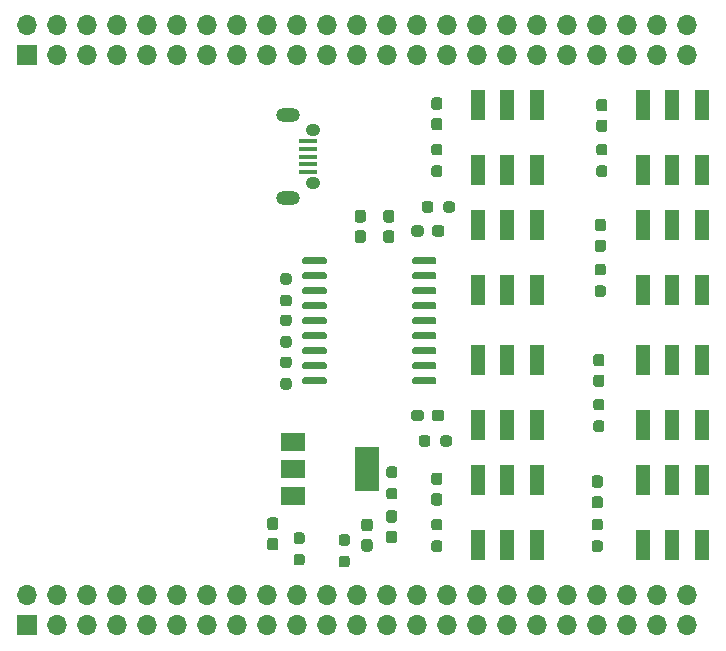
<source format=gbr>
%TF.GenerationSoftware,KiCad,Pcbnew,(5.1.9)-1*%
%TF.CreationDate,2021-11-09T16:08:34-06:00*%
%TF.ProjectId,SwitchBoard,53776974-6368-4426-9f61-72642e6b6963,rev?*%
%TF.SameCoordinates,Original*%
%TF.FileFunction,Soldermask,Top*%
%TF.FilePolarity,Negative*%
%FSLAX46Y46*%
G04 Gerber Fmt 4.6, Leading zero omitted, Abs format (unit mm)*
G04 Created by KiCad (PCBNEW (5.1.9)-1) date 2021-11-09 16:08:34*
%MOMM*%
%LPD*%
G01*
G04 APERTURE LIST*
%ADD10R,1.200000X2.500000*%
%ADD11O,1.700000X1.700000*%
%ADD12R,1.700000X1.700000*%
%ADD13O,1.200000X1.050000*%
%ADD14O,2.000000X1.200000*%
%ADD15R,1.500000X0.400000*%
%ADD16R,2.000000X3.800000*%
%ADD17R,2.000000X1.500000*%
G04 APERTURE END LIST*
D10*
%TO.C,SW7*%
X60920000Y45930000D03*
X58420000Y45930000D03*
X55920000Y45930000D03*
X60920000Y40430000D03*
X58420000Y40430000D03*
X55920000Y40430000D03*
%TD*%
%TO.C,SW5*%
X60920000Y35770000D03*
X58420000Y35770000D03*
X55920000Y35770000D03*
X60920000Y30270000D03*
X58420000Y30270000D03*
X55920000Y30270000D03*
%TD*%
%TO.C,SW3*%
X60920000Y24340000D03*
X58420000Y24340000D03*
X55920000Y24340000D03*
X60920000Y18840000D03*
X58420000Y18840000D03*
X55920000Y18840000D03*
%TD*%
%TO.C,SW1*%
X60920000Y14180000D03*
X58420000Y14180000D03*
X55920000Y14180000D03*
X60920000Y8680000D03*
X58420000Y8680000D03*
X55920000Y8680000D03*
%TD*%
%TO.C,SW2*%
X46950000Y14180000D03*
X44450000Y14180000D03*
X41950000Y14180000D03*
X46950000Y8680000D03*
X44450000Y8680000D03*
X41950000Y8680000D03*
%TD*%
%TO.C,SW4*%
X46950000Y24340000D03*
X44450000Y24340000D03*
X41950000Y24340000D03*
X46950000Y18840000D03*
X44450000Y18840000D03*
X41950000Y18840000D03*
%TD*%
%TO.C,SW6*%
X46950000Y35770000D03*
X44450000Y35770000D03*
X41950000Y35770000D03*
X46950000Y30270000D03*
X44450000Y30270000D03*
X41950000Y30270000D03*
%TD*%
%TO.C,SW8*%
X46950000Y45930000D03*
X44450000Y45930000D03*
X41950000Y45930000D03*
X46950000Y40430000D03*
X44450000Y40430000D03*
X41950000Y40430000D03*
%TD*%
%TO.C,R15*%
G36*
G01*
X25467300Y22841400D02*
X25942300Y22841400D01*
G75*
G02*
X26179800Y22603900I0J-237500D01*
G01*
X26179800Y22103900D01*
G75*
G02*
X25942300Y21866400I-237500J0D01*
G01*
X25467300Y21866400D01*
G75*
G02*
X25229800Y22103900I0J237500D01*
G01*
X25229800Y22603900D01*
G75*
G02*
X25467300Y22841400I237500J0D01*
G01*
G37*
G36*
G01*
X25467300Y24666400D02*
X25942300Y24666400D01*
G75*
G02*
X26179800Y24428900I0J-237500D01*
G01*
X26179800Y23928900D01*
G75*
G02*
X25942300Y23691400I-237500J0D01*
G01*
X25467300Y23691400D01*
G75*
G02*
X25229800Y23928900I0J237500D01*
G01*
X25229800Y24428900D01*
G75*
G02*
X25467300Y24666400I237500J0D01*
G01*
G37*
%TD*%
%TO.C,C2*%
G36*
G01*
X32325300Y9225400D02*
X32800300Y9225400D01*
G75*
G02*
X33037800Y8987900I0J-237500D01*
G01*
X33037800Y8387900D01*
G75*
G02*
X32800300Y8150400I-237500J0D01*
G01*
X32325300Y8150400D01*
G75*
G02*
X32087800Y8387900I0J237500D01*
G01*
X32087800Y8987900D01*
G75*
G02*
X32325300Y9225400I237500J0D01*
G01*
G37*
G36*
G01*
X32325300Y10950400D02*
X32800300Y10950400D01*
G75*
G02*
X33037800Y10712900I0J-237500D01*
G01*
X33037800Y10112900D01*
G75*
G02*
X32800300Y9875400I-237500J0D01*
G01*
X32325300Y9875400D01*
G75*
G02*
X32087800Y10112900I0J237500D01*
G01*
X32087800Y10712900D01*
G75*
G02*
X32325300Y10950400I237500J0D01*
G01*
G37*
%TD*%
D11*
%TO.C,U3*%
X59690000Y4445000D03*
X59690000Y1905000D03*
X57150000Y4445000D03*
X57150000Y1905000D03*
X54610000Y4445000D03*
X54610000Y1905000D03*
X52070000Y4445000D03*
X52070000Y1905000D03*
X49530000Y4445000D03*
X49530000Y1905000D03*
X46990000Y4445000D03*
X46990000Y1905000D03*
X44450000Y4445000D03*
X44450000Y1905000D03*
X41910000Y4445000D03*
X41910000Y1905000D03*
X39370000Y4445000D03*
X39370000Y1905000D03*
X36830000Y4445000D03*
X36830000Y1905000D03*
X34290000Y4445000D03*
X34290000Y1905000D03*
X31750000Y4445000D03*
X31750000Y1905000D03*
X29210000Y4445000D03*
X29210000Y1905000D03*
X26670000Y4445000D03*
X26670000Y1905000D03*
X24130000Y4445000D03*
X24130000Y1905000D03*
X21590000Y4445000D03*
X21590000Y1905000D03*
X19050000Y4445000D03*
X19050000Y1905000D03*
X16510000Y4445000D03*
X16510000Y1905000D03*
X13970000Y4445000D03*
X13970000Y1905000D03*
X11430000Y4445000D03*
X11430000Y1905000D03*
X8890000Y4445000D03*
X8890000Y1905000D03*
X6350000Y4445000D03*
X6350000Y1905000D03*
X3810000Y4445000D03*
D12*
X3810000Y1905000D03*
%TD*%
%TO.C,R12*%
G36*
G01*
X30394900Y7804600D02*
X30869900Y7804600D01*
G75*
G02*
X31107400Y7567100I0J-237500D01*
G01*
X31107400Y7067100D01*
G75*
G02*
X30869900Y6829600I-237500J0D01*
G01*
X30394900Y6829600D01*
G75*
G02*
X30157400Y7067100I0J237500D01*
G01*
X30157400Y7567100D01*
G75*
G02*
X30394900Y7804600I237500J0D01*
G01*
G37*
G36*
G01*
X30394900Y9629600D02*
X30869900Y9629600D01*
G75*
G02*
X31107400Y9392100I0J-237500D01*
G01*
X31107400Y8892100D01*
G75*
G02*
X30869900Y8654600I-237500J0D01*
G01*
X30394900Y8654600D01*
G75*
G02*
X30157400Y8892100I0J237500D01*
G01*
X30157400Y9392100D01*
G75*
G02*
X30394900Y9629600I237500J0D01*
G01*
G37*
%TD*%
%TO.C,U2*%
G36*
G01*
X27091000Y32616000D02*
X27091000Y32916000D01*
G75*
G02*
X27241000Y33066000I150000J0D01*
G01*
X28991000Y33066000D01*
G75*
G02*
X29141000Y32916000I0J-150000D01*
G01*
X29141000Y32616000D01*
G75*
G02*
X28991000Y32466000I-150000J0D01*
G01*
X27241000Y32466000D01*
G75*
G02*
X27091000Y32616000I0J150000D01*
G01*
G37*
G36*
G01*
X27091000Y31346000D02*
X27091000Y31646000D01*
G75*
G02*
X27241000Y31796000I150000J0D01*
G01*
X28991000Y31796000D01*
G75*
G02*
X29141000Y31646000I0J-150000D01*
G01*
X29141000Y31346000D01*
G75*
G02*
X28991000Y31196000I-150000J0D01*
G01*
X27241000Y31196000D01*
G75*
G02*
X27091000Y31346000I0J150000D01*
G01*
G37*
G36*
G01*
X27091000Y30076000D02*
X27091000Y30376000D01*
G75*
G02*
X27241000Y30526000I150000J0D01*
G01*
X28991000Y30526000D01*
G75*
G02*
X29141000Y30376000I0J-150000D01*
G01*
X29141000Y30076000D01*
G75*
G02*
X28991000Y29926000I-150000J0D01*
G01*
X27241000Y29926000D01*
G75*
G02*
X27091000Y30076000I0J150000D01*
G01*
G37*
G36*
G01*
X27091000Y28806000D02*
X27091000Y29106000D01*
G75*
G02*
X27241000Y29256000I150000J0D01*
G01*
X28991000Y29256000D01*
G75*
G02*
X29141000Y29106000I0J-150000D01*
G01*
X29141000Y28806000D01*
G75*
G02*
X28991000Y28656000I-150000J0D01*
G01*
X27241000Y28656000D01*
G75*
G02*
X27091000Y28806000I0J150000D01*
G01*
G37*
G36*
G01*
X27091000Y27536000D02*
X27091000Y27836000D01*
G75*
G02*
X27241000Y27986000I150000J0D01*
G01*
X28991000Y27986000D01*
G75*
G02*
X29141000Y27836000I0J-150000D01*
G01*
X29141000Y27536000D01*
G75*
G02*
X28991000Y27386000I-150000J0D01*
G01*
X27241000Y27386000D01*
G75*
G02*
X27091000Y27536000I0J150000D01*
G01*
G37*
G36*
G01*
X27091000Y26266000D02*
X27091000Y26566000D01*
G75*
G02*
X27241000Y26716000I150000J0D01*
G01*
X28991000Y26716000D01*
G75*
G02*
X29141000Y26566000I0J-150000D01*
G01*
X29141000Y26266000D01*
G75*
G02*
X28991000Y26116000I-150000J0D01*
G01*
X27241000Y26116000D01*
G75*
G02*
X27091000Y26266000I0J150000D01*
G01*
G37*
G36*
G01*
X27091000Y24996000D02*
X27091000Y25296000D01*
G75*
G02*
X27241000Y25446000I150000J0D01*
G01*
X28991000Y25446000D01*
G75*
G02*
X29141000Y25296000I0J-150000D01*
G01*
X29141000Y24996000D01*
G75*
G02*
X28991000Y24846000I-150000J0D01*
G01*
X27241000Y24846000D01*
G75*
G02*
X27091000Y24996000I0J150000D01*
G01*
G37*
G36*
G01*
X27091000Y23726000D02*
X27091000Y24026000D01*
G75*
G02*
X27241000Y24176000I150000J0D01*
G01*
X28991000Y24176000D01*
G75*
G02*
X29141000Y24026000I0J-150000D01*
G01*
X29141000Y23726000D01*
G75*
G02*
X28991000Y23576000I-150000J0D01*
G01*
X27241000Y23576000D01*
G75*
G02*
X27091000Y23726000I0J150000D01*
G01*
G37*
G36*
G01*
X27091000Y22456000D02*
X27091000Y22756000D01*
G75*
G02*
X27241000Y22906000I150000J0D01*
G01*
X28991000Y22906000D01*
G75*
G02*
X29141000Y22756000I0J-150000D01*
G01*
X29141000Y22456000D01*
G75*
G02*
X28991000Y22306000I-150000J0D01*
G01*
X27241000Y22306000D01*
G75*
G02*
X27091000Y22456000I0J150000D01*
G01*
G37*
G36*
G01*
X36391000Y22456000D02*
X36391000Y22756000D01*
G75*
G02*
X36541000Y22906000I150000J0D01*
G01*
X38291000Y22906000D01*
G75*
G02*
X38441000Y22756000I0J-150000D01*
G01*
X38441000Y22456000D01*
G75*
G02*
X38291000Y22306000I-150000J0D01*
G01*
X36541000Y22306000D01*
G75*
G02*
X36391000Y22456000I0J150000D01*
G01*
G37*
G36*
G01*
X36391000Y23726000D02*
X36391000Y24026000D01*
G75*
G02*
X36541000Y24176000I150000J0D01*
G01*
X38291000Y24176000D01*
G75*
G02*
X38441000Y24026000I0J-150000D01*
G01*
X38441000Y23726000D01*
G75*
G02*
X38291000Y23576000I-150000J0D01*
G01*
X36541000Y23576000D01*
G75*
G02*
X36391000Y23726000I0J150000D01*
G01*
G37*
G36*
G01*
X36391000Y24996000D02*
X36391000Y25296000D01*
G75*
G02*
X36541000Y25446000I150000J0D01*
G01*
X38291000Y25446000D01*
G75*
G02*
X38441000Y25296000I0J-150000D01*
G01*
X38441000Y24996000D01*
G75*
G02*
X38291000Y24846000I-150000J0D01*
G01*
X36541000Y24846000D01*
G75*
G02*
X36391000Y24996000I0J150000D01*
G01*
G37*
G36*
G01*
X36391000Y26266000D02*
X36391000Y26566000D01*
G75*
G02*
X36541000Y26716000I150000J0D01*
G01*
X38291000Y26716000D01*
G75*
G02*
X38441000Y26566000I0J-150000D01*
G01*
X38441000Y26266000D01*
G75*
G02*
X38291000Y26116000I-150000J0D01*
G01*
X36541000Y26116000D01*
G75*
G02*
X36391000Y26266000I0J150000D01*
G01*
G37*
G36*
G01*
X36391000Y27536000D02*
X36391000Y27836000D01*
G75*
G02*
X36541000Y27986000I150000J0D01*
G01*
X38291000Y27986000D01*
G75*
G02*
X38441000Y27836000I0J-150000D01*
G01*
X38441000Y27536000D01*
G75*
G02*
X38291000Y27386000I-150000J0D01*
G01*
X36541000Y27386000D01*
G75*
G02*
X36391000Y27536000I0J150000D01*
G01*
G37*
G36*
G01*
X36391000Y28806000D02*
X36391000Y29106000D01*
G75*
G02*
X36541000Y29256000I150000J0D01*
G01*
X38291000Y29256000D01*
G75*
G02*
X38441000Y29106000I0J-150000D01*
G01*
X38441000Y28806000D01*
G75*
G02*
X38291000Y28656000I-150000J0D01*
G01*
X36541000Y28656000D01*
G75*
G02*
X36391000Y28806000I0J150000D01*
G01*
G37*
G36*
G01*
X36391000Y30076000D02*
X36391000Y30376000D01*
G75*
G02*
X36541000Y30526000I150000J0D01*
G01*
X38291000Y30526000D01*
G75*
G02*
X38441000Y30376000I0J-150000D01*
G01*
X38441000Y30076000D01*
G75*
G02*
X38291000Y29926000I-150000J0D01*
G01*
X36541000Y29926000D01*
G75*
G02*
X36391000Y30076000I0J150000D01*
G01*
G37*
G36*
G01*
X36391000Y31346000D02*
X36391000Y31646000D01*
G75*
G02*
X36541000Y31796000I150000J0D01*
G01*
X38291000Y31796000D01*
G75*
G02*
X38441000Y31646000I0J-150000D01*
G01*
X38441000Y31346000D01*
G75*
G02*
X38291000Y31196000I-150000J0D01*
G01*
X36541000Y31196000D01*
G75*
G02*
X36391000Y31346000I0J150000D01*
G01*
G37*
G36*
G01*
X36391000Y32616000D02*
X36391000Y32916000D01*
G75*
G02*
X36541000Y33066000I150000J0D01*
G01*
X38291000Y33066000D01*
G75*
G02*
X38441000Y32916000I0J-150000D01*
G01*
X38441000Y32616000D01*
G75*
G02*
X38291000Y32466000I-150000J0D01*
G01*
X36541000Y32466000D01*
G75*
G02*
X36391000Y32616000I0J150000D01*
G01*
G37*
%TD*%
D13*
%TO.C,J1*%
X28000800Y43830200D03*
X28000800Y39380200D03*
D14*
X25900800Y38105200D03*
X25900800Y45105200D03*
D15*
X27600800Y40305200D03*
X27600800Y40955200D03*
X27600800Y41605200D03*
X27600800Y42255200D03*
X27600800Y42905200D03*
%TD*%
%TO.C,R14*%
G36*
G01*
X26584900Y7957000D02*
X27059900Y7957000D01*
G75*
G02*
X27297400Y7719500I0J-237500D01*
G01*
X27297400Y7219500D01*
G75*
G02*
X27059900Y6982000I-237500J0D01*
G01*
X26584900Y6982000D01*
G75*
G02*
X26347400Y7219500I0J237500D01*
G01*
X26347400Y7719500D01*
G75*
G02*
X26584900Y7957000I237500J0D01*
G01*
G37*
G36*
G01*
X26584900Y9782000D02*
X27059900Y9782000D01*
G75*
G02*
X27297400Y9544500I0J-237500D01*
G01*
X27297400Y9044500D01*
G75*
G02*
X27059900Y8807000I-237500J0D01*
G01*
X26584900Y8807000D01*
G75*
G02*
X26347400Y9044500I0J237500D01*
G01*
X26347400Y9544500D01*
G75*
G02*
X26584900Y9782000I237500J0D01*
G01*
G37*
%TD*%
%TO.C,D4*%
G36*
G01*
X36319000Y19447500D02*
X36319000Y19922500D01*
G75*
G02*
X36556500Y20160000I237500J0D01*
G01*
X37131500Y20160000D01*
G75*
G02*
X37369000Y19922500I0J-237500D01*
G01*
X37369000Y19447500D01*
G75*
G02*
X37131500Y19210000I-237500J0D01*
G01*
X36556500Y19210000D01*
G75*
G02*
X36319000Y19447500I0J237500D01*
G01*
G37*
G36*
G01*
X38069000Y19447500D02*
X38069000Y19922500D01*
G75*
G02*
X38306500Y20160000I237500J0D01*
G01*
X38881500Y20160000D01*
G75*
G02*
X39119000Y19922500I0J-237500D01*
G01*
X39119000Y19447500D01*
G75*
G02*
X38881500Y19210000I-237500J0D01*
G01*
X38306500Y19210000D01*
G75*
G02*
X38069000Y19447500I0J237500D01*
G01*
G37*
%TD*%
D12*
%TO.C,U1*%
X3810000Y50165000D03*
D11*
X3810000Y52705000D03*
X6350000Y50165000D03*
X6350000Y52705000D03*
X8890000Y50165000D03*
X8890000Y52705000D03*
X11430000Y50165000D03*
X11430000Y52705000D03*
X13970000Y50165000D03*
X13970000Y52705000D03*
X16510000Y50165000D03*
X16510000Y52705000D03*
X19050000Y50165000D03*
X19050000Y52705000D03*
X21590000Y50165000D03*
X21590000Y52705000D03*
X24130000Y50165000D03*
X24130000Y52705000D03*
X26670000Y50165000D03*
X26670000Y52705000D03*
X29210000Y50165000D03*
X29210000Y52705000D03*
X31750000Y50165000D03*
X31750000Y52705000D03*
X34290000Y50165000D03*
X34290000Y52705000D03*
X36830000Y50165000D03*
X36830000Y52705000D03*
X39370000Y50165000D03*
X39370000Y52705000D03*
X41910000Y50165000D03*
X41910000Y52705000D03*
X44450000Y50165000D03*
X44450000Y52705000D03*
X46990000Y50165000D03*
X46990000Y52705000D03*
X49530000Y50165000D03*
X49530000Y52705000D03*
X52070000Y50165000D03*
X52070000Y52705000D03*
X54610000Y50165000D03*
X54610000Y52705000D03*
X57150000Y50165000D03*
X57150000Y52705000D03*
X59690000Y50165000D03*
X59690000Y52705000D03*
%TD*%
%TO.C,C1*%
G36*
G01*
X24349700Y11052000D02*
X24824700Y11052000D01*
G75*
G02*
X25062200Y10814500I0J-237500D01*
G01*
X25062200Y10214500D01*
G75*
G02*
X24824700Y9977000I-237500J0D01*
G01*
X24349700Y9977000D01*
G75*
G02*
X24112200Y10214500I0J237500D01*
G01*
X24112200Y10814500D01*
G75*
G02*
X24349700Y11052000I237500J0D01*
G01*
G37*
G36*
G01*
X24349700Y9327000D02*
X24824700Y9327000D01*
G75*
G02*
X25062200Y9089500I0J-237500D01*
G01*
X25062200Y8489500D01*
G75*
G02*
X24824700Y8252000I-237500J0D01*
G01*
X24349700Y8252000D01*
G75*
G02*
X24112200Y8489500I0J237500D01*
G01*
X24112200Y9089500D01*
G75*
G02*
X24349700Y9327000I237500J0D01*
G01*
G37*
%TD*%
%TO.C,C3*%
G36*
G01*
X32241500Y36012000D02*
X31766500Y36012000D01*
G75*
G02*
X31529000Y36249500I0J237500D01*
G01*
X31529000Y36849500D01*
G75*
G02*
X31766500Y37087000I237500J0D01*
G01*
X32241500Y37087000D01*
G75*
G02*
X32479000Y36849500I0J-237500D01*
G01*
X32479000Y36249500D01*
G75*
G02*
X32241500Y36012000I-237500J0D01*
G01*
G37*
G36*
G01*
X32241500Y34287000D02*
X31766500Y34287000D01*
G75*
G02*
X31529000Y34524500I0J237500D01*
G01*
X31529000Y35124500D01*
G75*
G02*
X31766500Y35362000I237500J0D01*
G01*
X32241500Y35362000D01*
G75*
G02*
X32479000Y35124500I0J-237500D01*
G01*
X32479000Y34524500D01*
G75*
G02*
X32241500Y34287000I-237500J0D01*
G01*
G37*
%TD*%
%TO.C,C4*%
G36*
G01*
X34654500Y34287000D02*
X34179500Y34287000D01*
G75*
G02*
X33942000Y34524500I0J237500D01*
G01*
X33942000Y35124500D01*
G75*
G02*
X34179500Y35362000I237500J0D01*
G01*
X34654500Y35362000D01*
G75*
G02*
X34892000Y35124500I0J-237500D01*
G01*
X34892000Y34524500D01*
G75*
G02*
X34654500Y34287000I-237500J0D01*
G01*
G37*
G36*
G01*
X34654500Y36012000D02*
X34179500Y36012000D01*
G75*
G02*
X33942000Y36249500I0J237500D01*
G01*
X33942000Y36849500D01*
G75*
G02*
X34179500Y37087000I237500J0D01*
G01*
X34654500Y37087000D01*
G75*
G02*
X34892000Y36849500I0J-237500D01*
G01*
X34892000Y36249500D01*
G75*
G02*
X34654500Y36012000I-237500J0D01*
G01*
G37*
%TD*%
%TO.C,D1*%
G36*
G01*
X52307500Y13558000D02*
X51832500Y13558000D01*
G75*
G02*
X51595000Y13795500I0J237500D01*
G01*
X51595000Y14370500D01*
G75*
G02*
X51832500Y14608000I237500J0D01*
G01*
X52307500Y14608000D01*
G75*
G02*
X52545000Y14370500I0J-237500D01*
G01*
X52545000Y13795500D01*
G75*
G02*
X52307500Y13558000I-237500J0D01*
G01*
G37*
G36*
G01*
X52307500Y11808000D02*
X51832500Y11808000D01*
G75*
G02*
X51595000Y12045500I0J237500D01*
G01*
X51595000Y12620500D01*
G75*
G02*
X51832500Y12858000I237500J0D01*
G01*
X52307500Y12858000D01*
G75*
G02*
X52545000Y12620500I0J-237500D01*
G01*
X52545000Y12045500D01*
G75*
G02*
X52307500Y11808000I-237500J0D01*
G01*
G37*
%TD*%
%TO.C,D2*%
G36*
G01*
X38718500Y13798000D02*
X38243500Y13798000D01*
G75*
G02*
X38006000Y14035500I0J237500D01*
G01*
X38006000Y14610500D01*
G75*
G02*
X38243500Y14848000I237500J0D01*
G01*
X38718500Y14848000D01*
G75*
G02*
X38956000Y14610500I0J-237500D01*
G01*
X38956000Y14035500D01*
G75*
G02*
X38718500Y13798000I-237500J0D01*
G01*
G37*
G36*
G01*
X38718500Y12048000D02*
X38243500Y12048000D01*
G75*
G02*
X38006000Y12285500I0J237500D01*
G01*
X38006000Y12860500D01*
G75*
G02*
X38243500Y13098000I237500J0D01*
G01*
X38718500Y13098000D01*
G75*
G02*
X38956000Y12860500I0J-237500D01*
G01*
X38956000Y12285500D01*
G75*
G02*
X38718500Y12048000I-237500J0D01*
G01*
G37*
%TD*%
%TO.C,D3*%
G36*
G01*
X52434500Y22095000D02*
X51959500Y22095000D01*
G75*
G02*
X51722000Y22332500I0J237500D01*
G01*
X51722000Y22907500D01*
G75*
G02*
X51959500Y23145000I237500J0D01*
G01*
X52434500Y23145000D01*
G75*
G02*
X52672000Y22907500I0J-237500D01*
G01*
X52672000Y22332500D01*
G75*
G02*
X52434500Y22095000I-237500J0D01*
G01*
G37*
G36*
G01*
X52434500Y23845000D02*
X51959500Y23845000D01*
G75*
G02*
X51722000Y24082500I0J237500D01*
G01*
X51722000Y24657500D01*
G75*
G02*
X51959500Y24895000I237500J0D01*
G01*
X52434500Y24895000D01*
G75*
G02*
X52672000Y24657500I0J-237500D01*
G01*
X52672000Y24082500D01*
G75*
G02*
X52434500Y23845000I-237500J0D01*
G01*
G37*
%TD*%
%TO.C,D5*%
G36*
G01*
X52561500Y35275000D02*
X52086500Y35275000D01*
G75*
G02*
X51849000Y35512500I0J237500D01*
G01*
X51849000Y36087500D01*
G75*
G02*
X52086500Y36325000I237500J0D01*
G01*
X52561500Y36325000D01*
G75*
G02*
X52799000Y36087500I0J-237500D01*
G01*
X52799000Y35512500D01*
G75*
G02*
X52561500Y35275000I-237500J0D01*
G01*
G37*
G36*
G01*
X52561500Y33525000D02*
X52086500Y33525000D01*
G75*
G02*
X51849000Y33762500I0J237500D01*
G01*
X51849000Y34337500D01*
G75*
G02*
X52086500Y34575000I237500J0D01*
G01*
X52561500Y34575000D01*
G75*
G02*
X52799000Y34337500I0J-237500D01*
G01*
X52799000Y33762500D01*
G75*
G02*
X52561500Y33525000I-237500J0D01*
G01*
G37*
%TD*%
%TO.C,D6*%
G36*
G01*
X38069000Y35068500D02*
X38069000Y35543500D01*
G75*
G02*
X38306500Y35781000I237500J0D01*
G01*
X38881500Y35781000D01*
G75*
G02*
X39119000Y35543500I0J-237500D01*
G01*
X39119000Y35068500D01*
G75*
G02*
X38881500Y34831000I-237500J0D01*
G01*
X38306500Y34831000D01*
G75*
G02*
X38069000Y35068500I0J237500D01*
G01*
G37*
G36*
G01*
X36319000Y35068500D02*
X36319000Y35543500D01*
G75*
G02*
X36556500Y35781000I237500J0D01*
G01*
X37131500Y35781000D01*
G75*
G02*
X37369000Y35543500I0J-237500D01*
G01*
X37369000Y35068500D01*
G75*
G02*
X37131500Y34831000I-237500J0D01*
G01*
X36556500Y34831000D01*
G75*
G02*
X36319000Y35068500I0J237500D01*
G01*
G37*
%TD*%
%TO.C,D7*%
G36*
G01*
X52688500Y43685000D02*
X52213500Y43685000D01*
G75*
G02*
X51976000Y43922500I0J237500D01*
G01*
X51976000Y44497500D01*
G75*
G02*
X52213500Y44735000I237500J0D01*
G01*
X52688500Y44735000D01*
G75*
G02*
X52926000Y44497500I0J-237500D01*
G01*
X52926000Y43922500D01*
G75*
G02*
X52688500Y43685000I-237500J0D01*
G01*
G37*
G36*
G01*
X52688500Y45435000D02*
X52213500Y45435000D01*
G75*
G02*
X51976000Y45672500I0J237500D01*
G01*
X51976000Y46247500D01*
G75*
G02*
X52213500Y46485000I237500J0D01*
G01*
X52688500Y46485000D01*
G75*
G02*
X52926000Y46247500I0J-237500D01*
G01*
X52926000Y45672500D01*
G75*
G02*
X52688500Y45435000I-237500J0D01*
G01*
G37*
%TD*%
%TO.C,D8*%
G36*
G01*
X38718500Y43812000D02*
X38243500Y43812000D01*
G75*
G02*
X38006000Y44049500I0J237500D01*
G01*
X38006000Y44624500D01*
G75*
G02*
X38243500Y44862000I237500J0D01*
G01*
X38718500Y44862000D01*
G75*
G02*
X38956000Y44624500I0J-237500D01*
G01*
X38956000Y44049500D01*
G75*
G02*
X38718500Y43812000I-237500J0D01*
G01*
G37*
G36*
G01*
X38718500Y45562000D02*
X38243500Y45562000D01*
G75*
G02*
X38006000Y45799500I0J237500D01*
G01*
X38006000Y46374500D01*
G75*
G02*
X38243500Y46612000I237500J0D01*
G01*
X38718500Y46612000D01*
G75*
G02*
X38956000Y46374500I0J-237500D01*
G01*
X38956000Y45799500D01*
G75*
G02*
X38718500Y45562000I-237500J0D01*
G01*
G37*
%TD*%
%TO.C,D9*%
G36*
G01*
X34408100Y11661600D02*
X34883100Y11661600D01*
G75*
G02*
X35120600Y11424100I0J-237500D01*
G01*
X35120600Y10849100D01*
G75*
G02*
X34883100Y10611600I-237500J0D01*
G01*
X34408100Y10611600D01*
G75*
G02*
X34170600Y10849100I0J237500D01*
G01*
X34170600Y11424100D01*
G75*
G02*
X34408100Y11661600I237500J0D01*
G01*
G37*
G36*
G01*
X34408100Y9911600D02*
X34883100Y9911600D01*
G75*
G02*
X35120600Y9674100I0J-237500D01*
G01*
X35120600Y9099100D01*
G75*
G02*
X34883100Y8861600I-237500J0D01*
G01*
X34408100Y8861600D01*
G75*
G02*
X34170600Y9099100I0J237500D01*
G01*
X34170600Y9674100D01*
G75*
G02*
X34408100Y9911600I237500J0D01*
G01*
G37*
%TD*%
%TO.C,R1*%
G36*
G01*
X25942300Y30752600D02*
X25467300Y30752600D01*
G75*
G02*
X25229800Y30990100I0J237500D01*
G01*
X25229800Y31490100D01*
G75*
G02*
X25467300Y31727600I237500J0D01*
G01*
X25942300Y31727600D01*
G75*
G02*
X26179800Y31490100I0J-237500D01*
G01*
X26179800Y30990100D01*
G75*
G02*
X25942300Y30752600I-237500J0D01*
G01*
G37*
G36*
G01*
X25942300Y28927600D02*
X25467300Y28927600D01*
G75*
G02*
X25229800Y29165100I0J237500D01*
G01*
X25229800Y29665100D01*
G75*
G02*
X25467300Y29902600I237500J0D01*
G01*
X25942300Y29902600D01*
G75*
G02*
X26179800Y29665100I0J-237500D01*
G01*
X26179800Y29165100D01*
G75*
G02*
X25942300Y28927600I-237500J0D01*
G01*
G37*
%TD*%
%TO.C,R2*%
G36*
G01*
X25467300Y26397400D02*
X25942300Y26397400D01*
G75*
G02*
X26179800Y26159900I0J-237500D01*
G01*
X26179800Y25659900D01*
G75*
G02*
X25942300Y25422400I-237500J0D01*
G01*
X25467300Y25422400D01*
G75*
G02*
X25229800Y25659900I0J237500D01*
G01*
X25229800Y26159900D01*
G75*
G02*
X25467300Y26397400I237500J0D01*
G01*
G37*
G36*
G01*
X25467300Y28222400D02*
X25942300Y28222400D01*
G75*
G02*
X26179800Y27984900I0J-237500D01*
G01*
X26179800Y27484900D01*
G75*
G02*
X25942300Y27247400I-237500J0D01*
G01*
X25467300Y27247400D01*
G75*
G02*
X25229800Y27484900I0J237500D01*
G01*
X25229800Y27984900D01*
G75*
G02*
X25467300Y28222400I237500J0D01*
G01*
G37*
%TD*%
%TO.C,R3*%
G36*
G01*
X51832500Y9100000D02*
X52307500Y9100000D01*
G75*
G02*
X52545000Y8862500I0J-237500D01*
G01*
X52545000Y8362500D01*
G75*
G02*
X52307500Y8125000I-237500J0D01*
G01*
X51832500Y8125000D01*
G75*
G02*
X51595000Y8362500I0J237500D01*
G01*
X51595000Y8862500D01*
G75*
G02*
X51832500Y9100000I237500J0D01*
G01*
G37*
G36*
G01*
X51832500Y10925000D02*
X52307500Y10925000D01*
G75*
G02*
X52545000Y10687500I0J-237500D01*
G01*
X52545000Y10187500D01*
G75*
G02*
X52307500Y9950000I-237500J0D01*
G01*
X51832500Y9950000D01*
G75*
G02*
X51595000Y10187500I0J237500D01*
G01*
X51595000Y10687500D01*
G75*
G02*
X51832500Y10925000I237500J0D01*
G01*
G37*
%TD*%
%TO.C,R4*%
G36*
G01*
X38243500Y10925000D02*
X38718500Y10925000D01*
G75*
G02*
X38956000Y10687500I0J-237500D01*
G01*
X38956000Y10187500D01*
G75*
G02*
X38718500Y9950000I-237500J0D01*
G01*
X38243500Y9950000D01*
G75*
G02*
X38006000Y10187500I0J237500D01*
G01*
X38006000Y10687500D01*
G75*
G02*
X38243500Y10925000I237500J0D01*
G01*
G37*
G36*
G01*
X38243500Y9100000D02*
X38718500Y9100000D01*
G75*
G02*
X38956000Y8862500I0J-237500D01*
G01*
X38956000Y8362500D01*
G75*
G02*
X38718500Y8125000I-237500J0D01*
G01*
X38243500Y8125000D01*
G75*
G02*
X38006000Y8362500I0J237500D01*
G01*
X38006000Y8862500D01*
G75*
G02*
X38243500Y9100000I237500J0D01*
G01*
G37*
%TD*%
%TO.C,R5*%
G36*
G01*
X51959500Y21085000D02*
X52434500Y21085000D01*
G75*
G02*
X52672000Y20847500I0J-237500D01*
G01*
X52672000Y20347500D01*
G75*
G02*
X52434500Y20110000I-237500J0D01*
G01*
X51959500Y20110000D01*
G75*
G02*
X51722000Y20347500I0J237500D01*
G01*
X51722000Y20847500D01*
G75*
G02*
X51959500Y21085000I237500J0D01*
G01*
G37*
G36*
G01*
X51959500Y19260000D02*
X52434500Y19260000D01*
G75*
G02*
X52672000Y19022500I0J-237500D01*
G01*
X52672000Y18522500D01*
G75*
G02*
X52434500Y18285000I-237500J0D01*
G01*
X51959500Y18285000D01*
G75*
G02*
X51722000Y18522500I0J237500D01*
G01*
X51722000Y19022500D01*
G75*
G02*
X51959500Y19260000I237500J0D01*
G01*
G37*
%TD*%
%TO.C,R6*%
G36*
G01*
X36954000Y17288500D02*
X36954000Y17763500D01*
G75*
G02*
X37191500Y18001000I237500J0D01*
G01*
X37691500Y18001000D01*
G75*
G02*
X37929000Y17763500I0J-237500D01*
G01*
X37929000Y17288500D01*
G75*
G02*
X37691500Y17051000I-237500J0D01*
G01*
X37191500Y17051000D01*
G75*
G02*
X36954000Y17288500I0J237500D01*
G01*
G37*
G36*
G01*
X38779000Y17288500D02*
X38779000Y17763500D01*
G75*
G02*
X39016500Y18001000I237500J0D01*
G01*
X39516500Y18001000D01*
G75*
G02*
X39754000Y17763500I0J-237500D01*
G01*
X39754000Y17288500D01*
G75*
G02*
X39516500Y17051000I-237500J0D01*
G01*
X39016500Y17051000D01*
G75*
G02*
X38779000Y17288500I0J237500D01*
G01*
G37*
%TD*%
%TO.C,R7*%
G36*
G01*
X52086500Y30690000D02*
X52561500Y30690000D01*
G75*
G02*
X52799000Y30452500I0J-237500D01*
G01*
X52799000Y29952500D01*
G75*
G02*
X52561500Y29715000I-237500J0D01*
G01*
X52086500Y29715000D01*
G75*
G02*
X51849000Y29952500I0J237500D01*
G01*
X51849000Y30452500D01*
G75*
G02*
X52086500Y30690000I237500J0D01*
G01*
G37*
G36*
G01*
X52086500Y32515000D02*
X52561500Y32515000D01*
G75*
G02*
X52799000Y32277500I0J-237500D01*
G01*
X52799000Y31777500D01*
G75*
G02*
X52561500Y31540000I-237500J0D01*
G01*
X52086500Y31540000D01*
G75*
G02*
X51849000Y31777500I0J237500D01*
G01*
X51849000Y32277500D01*
G75*
G02*
X52086500Y32515000I237500J0D01*
G01*
G37*
%TD*%
%TO.C,R8*%
G36*
G01*
X39033000Y37100500D02*
X39033000Y37575500D01*
G75*
G02*
X39270500Y37813000I237500J0D01*
G01*
X39770500Y37813000D01*
G75*
G02*
X40008000Y37575500I0J-237500D01*
G01*
X40008000Y37100500D01*
G75*
G02*
X39770500Y36863000I-237500J0D01*
G01*
X39270500Y36863000D01*
G75*
G02*
X39033000Y37100500I0J237500D01*
G01*
G37*
G36*
G01*
X37208000Y37100500D02*
X37208000Y37575500D01*
G75*
G02*
X37445500Y37813000I237500J0D01*
G01*
X37945500Y37813000D01*
G75*
G02*
X38183000Y37575500I0J-237500D01*
G01*
X38183000Y37100500D01*
G75*
G02*
X37945500Y36863000I-237500J0D01*
G01*
X37445500Y36863000D01*
G75*
G02*
X37208000Y37100500I0J237500D01*
G01*
G37*
%TD*%
%TO.C,R9*%
G36*
G01*
X52213500Y42675000D02*
X52688500Y42675000D01*
G75*
G02*
X52926000Y42437500I0J-237500D01*
G01*
X52926000Y41937500D01*
G75*
G02*
X52688500Y41700000I-237500J0D01*
G01*
X52213500Y41700000D01*
G75*
G02*
X51976000Y41937500I0J237500D01*
G01*
X51976000Y42437500D01*
G75*
G02*
X52213500Y42675000I237500J0D01*
G01*
G37*
G36*
G01*
X52213500Y40850000D02*
X52688500Y40850000D01*
G75*
G02*
X52926000Y40612500I0J-237500D01*
G01*
X52926000Y40112500D01*
G75*
G02*
X52688500Y39875000I-237500J0D01*
G01*
X52213500Y39875000D01*
G75*
G02*
X51976000Y40112500I0J237500D01*
G01*
X51976000Y40612500D01*
G75*
G02*
X52213500Y40850000I237500J0D01*
G01*
G37*
%TD*%
%TO.C,R10*%
G36*
G01*
X38243500Y42675000D02*
X38718500Y42675000D01*
G75*
G02*
X38956000Y42437500I0J-237500D01*
G01*
X38956000Y41937500D01*
G75*
G02*
X38718500Y41700000I-237500J0D01*
G01*
X38243500Y41700000D01*
G75*
G02*
X38006000Y41937500I0J237500D01*
G01*
X38006000Y42437500D01*
G75*
G02*
X38243500Y42675000I237500J0D01*
G01*
G37*
G36*
G01*
X38243500Y40850000D02*
X38718500Y40850000D01*
G75*
G02*
X38956000Y40612500I0J-237500D01*
G01*
X38956000Y40112500D01*
G75*
G02*
X38718500Y39875000I-237500J0D01*
G01*
X38243500Y39875000D01*
G75*
G02*
X38006000Y40112500I0J237500D01*
G01*
X38006000Y40612500D01*
G75*
G02*
X38243500Y40850000I237500J0D01*
G01*
G37*
%TD*%
%TO.C,R11*%
G36*
G01*
X34908500Y12570000D02*
X34433500Y12570000D01*
G75*
G02*
X34196000Y12807500I0J237500D01*
G01*
X34196000Y13307500D01*
G75*
G02*
X34433500Y13545000I237500J0D01*
G01*
X34908500Y13545000D01*
G75*
G02*
X35146000Y13307500I0J-237500D01*
G01*
X35146000Y12807500D01*
G75*
G02*
X34908500Y12570000I-237500J0D01*
G01*
G37*
G36*
G01*
X34908500Y14395000D02*
X34433500Y14395000D01*
G75*
G02*
X34196000Y14632500I0J237500D01*
G01*
X34196000Y15132500D01*
G75*
G02*
X34433500Y15370000I237500J0D01*
G01*
X34908500Y15370000D01*
G75*
G02*
X35146000Y15132500I0J-237500D01*
G01*
X35146000Y14632500D01*
G75*
G02*
X34908500Y14395000I-237500J0D01*
G01*
G37*
%TD*%
D16*
%TO.C,U4*%
X32563200Y15138400D03*
D17*
X26263200Y15138400D03*
X26263200Y12838400D03*
X26263200Y17438400D03*
%TD*%
M02*

</source>
